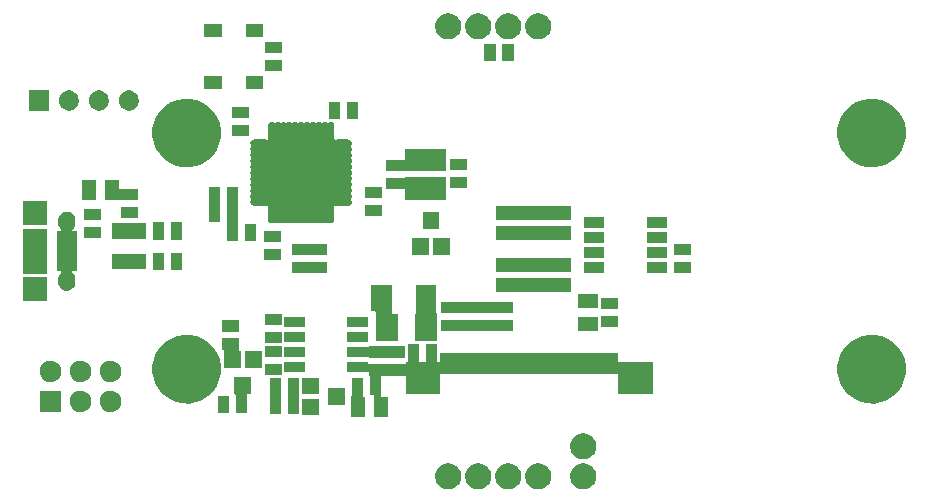
<source format=gts>
G04 (created by PCBNEW (2013-07-07 BZR 4022)-stable) date 10/12/2013 15:05:53*
%MOIN*%
G04 Gerber Fmt 3.4, Leading zero omitted, Abs format*
%FSLAX34Y34*%
G01*
G70*
G90*
G04 APERTURE LIST*
%ADD10C,0.00590551*%
G04 APERTURE END LIST*
G54D10*
G36*
X62658Y-38504D02*
X61869Y-38504D01*
X61869Y-37715D01*
X62658Y-37715D01*
X62658Y-38504D01*
X62658Y-38504D01*
G37*
G36*
X62658Y-40118D02*
X61869Y-40118D01*
X61869Y-39377D01*
X61869Y-39362D01*
X61869Y-38621D01*
X62658Y-38621D01*
X62658Y-39362D01*
X62658Y-39377D01*
X62658Y-40118D01*
X62658Y-40118D01*
G37*
G36*
X62658Y-41024D02*
X61869Y-41024D01*
X61869Y-40235D01*
X62658Y-40235D01*
X62658Y-41024D01*
X62658Y-41024D01*
G37*
G36*
X62732Y-34685D02*
X62062Y-34685D01*
X62062Y-34015D01*
X62732Y-34015D01*
X62732Y-34685D01*
X62732Y-34685D01*
G37*
G36*
X63139Y-43345D02*
X63138Y-43420D01*
X63121Y-43494D01*
X63094Y-43553D01*
X63050Y-43616D01*
X63004Y-43660D01*
X62939Y-43701D01*
X62879Y-43724D01*
X62804Y-43738D01*
X62739Y-43736D01*
X62664Y-43720D01*
X62606Y-43694D01*
X62543Y-43650D01*
X62498Y-43604D01*
X62456Y-43540D01*
X62433Y-43480D01*
X62419Y-43404D01*
X62420Y-43341D01*
X62436Y-43265D01*
X62461Y-43206D01*
X62505Y-43143D01*
X62550Y-43098D01*
X62615Y-43056D01*
X62674Y-43032D01*
X62750Y-43017D01*
X62813Y-43018D01*
X62889Y-43034D01*
X62948Y-43058D01*
X63012Y-43102D01*
X63057Y-43146D01*
X63100Y-43211D01*
X63124Y-43269D01*
X63139Y-43345D01*
X63139Y-43345D01*
G37*
G36*
X63139Y-44737D02*
X62419Y-44737D01*
X62419Y-44018D01*
X63139Y-44018D01*
X63139Y-44737D01*
X63139Y-44737D01*
G37*
G36*
X63652Y-40030D02*
X63558Y-40030D01*
X63542Y-40030D01*
X63528Y-40036D01*
X63517Y-40047D01*
X63511Y-40061D01*
X63511Y-40076D01*
X63517Y-40090D01*
X63528Y-40101D01*
X63529Y-40102D01*
X63564Y-40145D01*
X63590Y-40194D01*
X63606Y-40247D01*
X63612Y-40310D01*
X63612Y-40397D01*
X63612Y-40402D01*
X63612Y-40408D01*
X63612Y-40409D01*
X63605Y-40464D01*
X63605Y-40464D01*
X63605Y-40465D01*
X63589Y-40517D01*
X63562Y-40566D01*
X63526Y-40608D01*
X63482Y-40644D01*
X63434Y-40669D01*
X63379Y-40685D01*
X63325Y-40690D01*
X63269Y-40684D01*
X63216Y-40668D01*
X63167Y-40641D01*
X63124Y-40606D01*
X63088Y-40563D01*
X63062Y-40514D01*
X63046Y-40460D01*
X63040Y-40397D01*
X63040Y-40310D01*
X63040Y-40306D01*
X63041Y-40299D01*
X63041Y-40299D01*
X63047Y-40244D01*
X63047Y-40244D01*
X63047Y-40243D01*
X63064Y-40191D01*
X63091Y-40141D01*
X63129Y-40096D01*
X63135Y-40090D01*
X63141Y-40076D01*
X63141Y-40061D01*
X63135Y-40047D01*
X63124Y-40036D01*
X63110Y-40030D01*
X63094Y-40030D01*
X63001Y-40030D01*
X63001Y-39820D01*
X63001Y-39805D01*
X63001Y-39702D01*
X63001Y-39687D01*
X63001Y-39564D01*
X63001Y-39549D01*
X63001Y-39446D01*
X63001Y-39431D01*
X63001Y-39308D01*
X63001Y-39293D01*
X63001Y-39190D01*
X63001Y-39175D01*
X63001Y-39052D01*
X63001Y-39037D01*
X63001Y-38934D01*
X63001Y-38919D01*
X63001Y-38709D01*
X63095Y-38709D01*
X63110Y-38709D01*
X63124Y-38703D01*
X63135Y-38693D01*
X63141Y-38678D01*
X63141Y-38663D01*
X63135Y-38649D01*
X63124Y-38638D01*
X63124Y-38638D01*
X63088Y-38594D01*
X63062Y-38545D01*
X63046Y-38492D01*
X63040Y-38429D01*
X63040Y-38342D01*
X63040Y-38337D01*
X63041Y-38331D01*
X63041Y-38331D01*
X63047Y-38275D01*
X63047Y-38275D01*
X63047Y-38274D01*
X63064Y-38222D01*
X63091Y-38173D01*
X63126Y-38131D01*
X63170Y-38095D01*
X63219Y-38070D01*
X63273Y-38054D01*
X63328Y-38049D01*
X63384Y-38055D01*
X63437Y-38071D01*
X63486Y-38098D01*
X63529Y-38133D01*
X63564Y-38176D01*
X63590Y-38225D01*
X63606Y-38279D01*
X63612Y-38342D01*
X63612Y-38429D01*
X63612Y-38433D01*
X63612Y-38440D01*
X63612Y-38440D01*
X63605Y-38496D01*
X63605Y-38496D01*
X63605Y-38496D01*
X63589Y-38548D01*
X63562Y-38598D01*
X63524Y-38643D01*
X63518Y-38649D01*
X63512Y-38663D01*
X63512Y-38678D01*
X63518Y-38693D01*
X63529Y-38703D01*
X63543Y-38709D01*
X63558Y-38709D01*
X63652Y-38709D01*
X63652Y-38919D01*
X63652Y-38934D01*
X63652Y-39037D01*
X63652Y-39052D01*
X63652Y-39175D01*
X63652Y-39190D01*
X63652Y-39293D01*
X63652Y-39308D01*
X63652Y-39431D01*
X63652Y-39446D01*
X63652Y-39549D01*
X63652Y-39564D01*
X63652Y-39687D01*
X63652Y-39702D01*
X63652Y-39805D01*
X63652Y-39820D01*
X63652Y-40030D01*
X63652Y-40030D01*
G37*
G36*
X63732Y-34320D02*
X63731Y-34389D01*
X63715Y-34459D01*
X63691Y-34513D01*
X63650Y-34572D01*
X63606Y-34613D01*
X63546Y-34651D01*
X63490Y-34673D01*
X63420Y-34685D01*
X63360Y-34684D01*
X63290Y-34668D01*
X63236Y-34645D01*
X63177Y-34604D01*
X63136Y-34561D01*
X63097Y-34501D01*
X63075Y-34446D01*
X63062Y-34375D01*
X63063Y-34316D01*
X63078Y-34245D01*
X63101Y-34191D01*
X63142Y-34131D01*
X63184Y-34090D01*
X63245Y-34050D01*
X63299Y-34029D01*
X63370Y-34015D01*
X63429Y-34015D01*
X63500Y-34030D01*
X63554Y-34053D01*
X63614Y-34093D01*
X63655Y-34135D01*
X63696Y-34195D01*
X63718Y-34249D01*
X63732Y-34320D01*
X63732Y-34320D01*
G37*
G36*
X64139Y-43345D02*
X64138Y-43420D01*
X64121Y-43494D01*
X64094Y-43553D01*
X64050Y-43616D01*
X64004Y-43660D01*
X63939Y-43701D01*
X63879Y-43724D01*
X63804Y-43738D01*
X63739Y-43736D01*
X63664Y-43720D01*
X63606Y-43694D01*
X63543Y-43650D01*
X63498Y-43604D01*
X63456Y-43540D01*
X63433Y-43480D01*
X63419Y-43404D01*
X63420Y-43341D01*
X63436Y-43265D01*
X63461Y-43206D01*
X63505Y-43143D01*
X63550Y-43098D01*
X63615Y-43056D01*
X63674Y-43032D01*
X63750Y-43017D01*
X63813Y-43018D01*
X63889Y-43034D01*
X63948Y-43058D01*
X64012Y-43102D01*
X64057Y-43146D01*
X64100Y-43211D01*
X64124Y-43269D01*
X64139Y-43345D01*
X64139Y-43345D01*
G37*
G36*
X64139Y-44345D02*
X64138Y-44420D01*
X64121Y-44494D01*
X64094Y-44553D01*
X64050Y-44616D01*
X64004Y-44660D01*
X63939Y-44701D01*
X63879Y-44724D01*
X63804Y-44738D01*
X63739Y-44736D01*
X63664Y-44720D01*
X63606Y-44694D01*
X63543Y-44650D01*
X63498Y-44604D01*
X63456Y-44540D01*
X63433Y-44480D01*
X63419Y-44404D01*
X63420Y-44341D01*
X63436Y-44265D01*
X63461Y-44206D01*
X63505Y-44143D01*
X63550Y-44098D01*
X63615Y-44056D01*
X63674Y-44032D01*
X63750Y-44017D01*
X63813Y-44018D01*
X63889Y-44034D01*
X63948Y-44058D01*
X64012Y-44102D01*
X64057Y-44146D01*
X64100Y-44211D01*
X64124Y-44269D01*
X64139Y-44345D01*
X64139Y-44345D01*
G37*
G36*
X64308Y-37657D02*
X63839Y-37657D01*
X63839Y-36988D01*
X64308Y-36988D01*
X64308Y-37657D01*
X64308Y-37657D01*
G37*
G36*
X64458Y-38329D02*
X63888Y-38329D01*
X63888Y-37960D01*
X64458Y-37960D01*
X64458Y-38329D01*
X64458Y-38329D01*
G37*
G36*
X64458Y-38929D02*
X63888Y-38929D01*
X63888Y-38560D01*
X64458Y-38560D01*
X64458Y-38929D01*
X64458Y-38929D01*
G37*
G36*
X64732Y-34320D02*
X64731Y-34389D01*
X64715Y-34459D01*
X64691Y-34513D01*
X64650Y-34572D01*
X64606Y-34613D01*
X64546Y-34651D01*
X64490Y-34673D01*
X64420Y-34685D01*
X64360Y-34684D01*
X64290Y-34668D01*
X64236Y-34645D01*
X64177Y-34604D01*
X64136Y-34561D01*
X64097Y-34501D01*
X64075Y-34446D01*
X64062Y-34375D01*
X64063Y-34316D01*
X64078Y-34245D01*
X64101Y-34191D01*
X64142Y-34131D01*
X64184Y-34090D01*
X64245Y-34050D01*
X64299Y-34029D01*
X64370Y-34015D01*
X64429Y-34015D01*
X64500Y-34030D01*
X64554Y-34053D01*
X64614Y-34093D01*
X64655Y-34135D01*
X64696Y-34195D01*
X64718Y-34249D01*
X64732Y-34320D01*
X64732Y-34320D01*
G37*
G36*
X65139Y-43345D02*
X65138Y-43420D01*
X65121Y-43494D01*
X65094Y-43553D01*
X65050Y-43616D01*
X65004Y-43660D01*
X64939Y-43701D01*
X64879Y-43724D01*
X64804Y-43738D01*
X64739Y-43736D01*
X64664Y-43720D01*
X64606Y-43694D01*
X64543Y-43650D01*
X64498Y-43604D01*
X64456Y-43540D01*
X64433Y-43480D01*
X64419Y-43404D01*
X64420Y-43341D01*
X64436Y-43265D01*
X64461Y-43206D01*
X64505Y-43143D01*
X64550Y-43098D01*
X64615Y-43056D01*
X64674Y-43032D01*
X64750Y-43017D01*
X64813Y-43018D01*
X64889Y-43034D01*
X64948Y-43058D01*
X65012Y-43102D01*
X65057Y-43146D01*
X65100Y-43211D01*
X65124Y-43269D01*
X65139Y-43345D01*
X65139Y-43345D01*
G37*
G36*
X65139Y-44345D02*
X65138Y-44420D01*
X65121Y-44494D01*
X65094Y-44553D01*
X65050Y-44616D01*
X65004Y-44660D01*
X64939Y-44701D01*
X64879Y-44724D01*
X64804Y-44738D01*
X64739Y-44736D01*
X64664Y-44720D01*
X64606Y-44694D01*
X64543Y-44650D01*
X64498Y-44604D01*
X64456Y-44540D01*
X64433Y-44480D01*
X64419Y-44404D01*
X64420Y-44341D01*
X64436Y-44265D01*
X64461Y-44206D01*
X64505Y-44143D01*
X64550Y-44098D01*
X64615Y-44056D01*
X64674Y-44032D01*
X64750Y-44017D01*
X64813Y-44018D01*
X64889Y-44034D01*
X64948Y-44058D01*
X65012Y-44102D01*
X65057Y-44146D01*
X65100Y-44211D01*
X65124Y-44269D01*
X65139Y-44345D01*
X65139Y-44345D01*
G37*
G36*
X65698Y-37660D02*
X65104Y-37660D01*
X65097Y-37657D01*
X65082Y-37657D01*
X64589Y-37657D01*
X64589Y-36988D01*
X65058Y-36988D01*
X65058Y-37244D01*
X65058Y-37259D01*
X65064Y-37274D01*
X65075Y-37284D01*
X65089Y-37290D01*
X65104Y-37290D01*
X65698Y-37290D01*
X65698Y-37660D01*
X65698Y-37660D01*
G37*
G36*
X65698Y-38260D02*
X65128Y-38260D01*
X65128Y-37890D01*
X65698Y-37890D01*
X65698Y-38260D01*
X65698Y-38260D01*
G37*
G36*
X65732Y-34320D02*
X65731Y-34389D01*
X65715Y-34459D01*
X65691Y-34513D01*
X65650Y-34572D01*
X65606Y-34613D01*
X65546Y-34651D01*
X65490Y-34673D01*
X65420Y-34685D01*
X65360Y-34684D01*
X65290Y-34668D01*
X65236Y-34645D01*
X65177Y-34604D01*
X65136Y-34561D01*
X65097Y-34501D01*
X65075Y-34446D01*
X65062Y-34375D01*
X65063Y-34316D01*
X65078Y-34245D01*
X65101Y-34191D01*
X65142Y-34131D01*
X65184Y-34090D01*
X65245Y-34050D01*
X65299Y-34029D01*
X65370Y-34015D01*
X65429Y-34015D01*
X65500Y-34030D01*
X65554Y-34053D01*
X65614Y-34093D01*
X65655Y-34135D01*
X65696Y-34195D01*
X65718Y-34249D01*
X65732Y-34320D01*
X65732Y-34320D01*
G37*
G36*
X65983Y-38957D02*
X65655Y-38957D01*
X65640Y-38957D01*
X65560Y-38957D01*
X65545Y-38957D01*
X65281Y-38957D01*
X65266Y-38957D01*
X65186Y-38957D01*
X65171Y-38957D01*
X64843Y-38957D01*
X64843Y-38443D01*
X65171Y-38443D01*
X65186Y-38443D01*
X65266Y-38443D01*
X65281Y-38443D01*
X65545Y-38443D01*
X65560Y-38443D01*
X65640Y-38443D01*
X65655Y-38443D01*
X65983Y-38443D01*
X65983Y-38957D01*
X65983Y-38957D01*
G37*
G36*
X65983Y-39981D02*
X65655Y-39981D01*
X65640Y-39981D01*
X65560Y-39981D01*
X65545Y-39981D01*
X65281Y-39981D01*
X65266Y-39981D01*
X65186Y-39981D01*
X65171Y-39981D01*
X64843Y-39981D01*
X64843Y-39467D01*
X65171Y-39467D01*
X65186Y-39467D01*
X65266Y-39467D01*
X65281Y-39467D01*
X65545Y-39467D01*
X65560Y-39467D01*
X65640Y-39467D01*
X65655Y-39467D01*
X65983Y-39467D01*
X65983Y-39981D01*
X65983Y-39981D01*
G37*
G36*
X66558Y-38985D02*
X66188Y-38985D01*
X66188Y-38415D01*
X66558Y-38415D01*
X66558Y-38985D01*
X66558Y-38985D01*
G37*
G36*
X66558Y-40009D02*
X66188Y-40009D01*
X66188Y-39439D01*
X66558Y-39439D01*
X66558Y-40009D01*
X66558Y-40009D01*
G37*
G36*
X67158Y-38985D02*
X66788Y-38985D01*
X66788Y-38415D01*
X67158Y-38415D01*
X67158Y-38985D01*
X67158Y-38985D01*
G37*
G36*
X67158Y-40009D02*
X66788Y-40009D01*
X66788Y-39439D01*
X67158Y-39439D01*
X67158Y-40009D01*
X67158Y-40009D01*
G37*
G36*
X68447Y-38414D02*
X68078Y-38414D01*
X68078Y-37850D01*
X68078Y-37835D01*
X68078Y-37814D01*
X68078Y-37798D01*
X68078Y-37234D01*
X68447Y-37234D01*
X68447Y-37798D01*
X68447Y-37814D01*
X68447Y-37835D01*
X68447Y-37850D01*
X68447Y-38414D01*
X68447Y-38414D01*
G37*
G36*
X68465Y-35323D02*
X68461Y-35574D01*
X68410Y-35797D01*
X68322Y-35997D01*
X68189Y-36185D01*
X68031Y-36335D01*
X67837Y-36458D01*
X67634Y-36537D01*
X67407Y-36577D01*
X67189Y-36572D01*
X66965Y-36523D01*
X66765Y-36436D01*
X66576Y-36304D01*
X66425Y-36148D01*
X66300Y-35954D01*
X66220Y-35752D01*
X66178Y-35525D01*
X66182Y-35308D01*
X66229Y-35082D01*
X66315Y-34883D01*
X66445Y-34692D01*
X66601Y-34540D01*
X66794Y-34414D01*
X66995Y-34333D01*
X67222Y-34289D01*
X67439Y-34291D01*
X67665Y-34337D01*
X67865Y-34421D01*
X68057Y-34551D01*
X68209Y-34704D01*
X68337Y-34897D01*
X68420Y-35097D01*
X68465Y-35323D01*
X68465Y-35323D01*
G37*
G36*
X68465Y-43197D02*
X68461Y-43448D01*
X68410Y-43672D01*
X68322Y-43871D01*
X68189Y-44059D01*
X68031Y-44209D01*
X67837Y-44332D01*
X67634Y-44411D01*
X67407Y-44451D01*
X67189Y-44446D01*
X66965Y-44397D01*
X66765Y-44310D01*
X66576Y-44178D01*
X66425Y-44022D01*
X66300Y-43828D01*
X66220Y-43626D01*
X66178Y-43399D01*
X66182Y-43182D01*
X66229Y-42956D01*
X66315Y-42757D01*
X66445Y-42566D01*
X66601Y-42414D01*
X66794Y-42288D01*
X66995Y-42207D01*
X67222Y-42163D01*
X67439Y-42165D01*
X67665Y-42211D01*
X67865Y-42295D01*
X68057Y-42425D01*
X68209Y-42578D01*
X68337Y-42771D01*
X68420Y-42971D01*
X68465Y-43197D01*
X68465Y-43197D01*
G37*
G36*
X68504Y-32225D02*
X67912Y-32225D01*
X67912Y-31790D01*
X68504Y-31790D01*
X68504Y-32225D01*
X68504Y-32225D01*
G37*
G36*
X68504Y-33957D02*
X67912Y-33957D01*
X67912Y-33522D01*
X68504Y-33522D01*
X68504Y-33957D01*
X68504Y-33957D01*
G37*
G36*
X68723Y-44773D02*
X68353Y-44773D01*
X68353Y-44203D01*
X68723Y-44203D01*
X68723Y-44773D01*
X68723Y-44773D01*
G37*
G36*
X69047Y-38427D02*
X69044Y-38431D01*
X69038Y-38445D01*
X69038Y-38461D01*
X69038Y-39044D01*
X68668Y-39044D01*
X68668Y-38461D01*
X68672Y-38458D01*
X68678Y-38444D01*
X68678Y-38428D01*
X68678Y-37850D01*
X68678Y-37835D01*
X68678Y-37814D01*
X68678Y-37798D01*
X68678Y-37234D01*
X69047Y-37234D01*
X69047Y-37798D01*
X69047Y-37814D01*
X69047Y-37835D01*
X69047Y-37850D01*
X69047Y-38427D01*
X69047Y-38427D01*
G37*
G36*
X69084Y-42050D02*
X68514Y-42050D01*
X68514Y-41680D01*
X69084Y-41680D01*
X69084Y-42050D01*
X69084Y-42050D01*
G37*
G36*
X69119Y-43268D02*
X68566Y-43268D01*
X68566Y-42696D01*
X68566Y-42681D01*
X68560Y-42666D01*
X68549Y-42656D01*
X68535Y-42650D01*
X68520Y-42650D01*
X68514Y-42650D01*
X68514Y-42280D01*
X69084Y-42280D01*
X69084Y-42669D01*
X69084Y-42684D01*
X69089Y-42699D01*
X69100Y-42709D01*
X69114Y-42715D01*
X69119Y-42715D01*
X69119Y-43268D01*
X69119Y-43268D01*
G37*
G36*
X69398Y-34943D02*
X68829Y-34943D01*
X68829Y-34574D01*
X69398Y-34574D01*
X69398Y-34943D01*
X69398Y-34943D01*
G37*
G36*
X69398Y-35543D02*
X68829Y-35543D01*
X68829Y-35174D01*
X69398Y-35174D01*
X69398Y-35543D01*
X69398Y-35543D01*
G37*
G36*
X69469Y-44134D02*
X69369Y-44134D01*
X69354Y-44134D01*
X69340Y-44140D01*
X69329Y-44151D01*
X69323Y-44165D01*
X69323Y-44180D01*
X69323Y-44773D01*
X68953Y-44773D01*
X68953Y-44180D01*
X68953Y-44165D01*
X68947Y-44151D01*
X68937Y-44140D01*
X68922Y-44134D01*
X68916Y-44134D01*
X68916Y-43581D01*
X69469Y-43581D01*
X69469Y-44134D01*
X69469Y-44134D01*
G37*
G36*
X69638Y-39044D02*
X69268Y-39044D01*
X69268Y-38475D01*
X69638Y-38475D01*
X69638Y-39044D01*
X69638Y-39044D01*
G37*
G36*
X69819Y-43268D02*
X69266Y-43268D01*
X69266Y-42715D01*
X69819Y-42715D01*
X69819Y-43268D01*
X69819Y-43268D01*
G37*
G36*
X69882Y-32225D02*
X69290Y-32225D01*
X69290Y-31790D01*
X69882Y-31790D01*
X69882Y-32225D01*
X69882Y-32225D01*
G37*
G36*
X69882Y-33957D02*
X69290Y-33957D01*
X69290Y-33522D01*
X69882Y-33522D01*
X69882Y-33957D01*
X69882Y-33957D01*
G37*
G36*
X70461Y-39058D02*
X69892Y-39058D01*
X69892Y-38688D01*
X70461Y-38688D01*
X70461Y-39058D01*
X70461Y-39058D01*
G37*
G36*
X70461Y-39658D02*
X69892Y-39658D01*
X69892Y-39288D01*
X70461Y-39288D01*
X70461Y-39658D01*
X70461Y-39658D01*
G37*
G36*
X70475Y-44812D02*
X70105Y-44812D01*
X70105Y-44228D01*
X70105Y-44213D01*
X70105Y-44211D01*
X70105Y-44196D01*
X70105Y-43612D01*
X70475Y-43612D01*
X70475Y-44196D01*
X70475Y-44211D01*
X70475Y-44213D01*
X70475Y-44228D01*
X70475Y-44812D01*
X70475Y-44812D01*
G37*
G36*
X70501Y-32758D02*
X69931Y-32758D01*
X69931Y-32389D01*
X70501Y-32389D01*
X70501Y-32758D01*
X70501Y-32758D01*
G37*
G36*
X70501Y-33358D02*
X69931Y-33358D01*
X69931Y-32989D01*
X70501Y-32989D01*
X70501Y-33358D01*
X70501Y-33358D01*
G37*
G36*
X70501Y-41833D02*
X69931Y-41833D01*
X69931Y-41464D01*
X70501Y-41464D01*
X70501Y-41833D01*
X70501Y-41833D01*
G37*
G36*
X70501Y-42433D02*
X69931Y-42433D01*
X69931Y-42064D01*
X70501Y-42064D01*
X70501Y-42433D01*
X70501Y-42433D01*
G37*
G36*
X70501Y-42896D02*
X69931Y-42896D01*
X69931Y-42526D01*
X70501Y-42526D01*
X70501Y-42896D01*
X70501Y-42896D01*
G37*
G36*
X70501Y-43496D02*
X69931Y-43496D01*
X69931Y-43126D01*
X70501Y-43126D01*
X70501Y-43496D01*
X70501Y-43496D01*
G37*
G36*
X71075Y-44812D02*
X70705Y-44812D01*
X70705Y-44228D01*
X70705Y-44213D01*
X70705Y-44211D01*
X70705Y-44196D01*
X70705Y-43612D01*
X71075Y-43612D01*
X71075Y-44196D01*
X71075Y-44211D01*
X71075Y-44213D01*
X71075Y-44228D01*
X71075Y-44812D01*
X71075Y-44812D01*
G37*
G36*
X71253Y-41908D02*
X70583Y-41908D01*
X70583Y-41552D01*
X71253Y-41552D01*
X71253Y-41908D01*
X71253Y-41908D01*
G37*
G36*
X71253Y-42408D02*
X70583Y-42408D01*
X70583Y-42052D01*
X71253Y-42052D01*
X71253Y-42408D01*
X71253Y-42408D01*
G37*
G36*
X71253Y-42908D02*
X70583Y-42908D01*
X70583Y-42552D01*
X71253Y-42552D01*
X71253Y-42908D01*
X71253Y-42908D01*
G37*
G36*
X71253Y-43408D02*
X70583Y-43408D01*
X70583Y-43052D01*
X71253Y-43052D01*
X71253Y-43408D01*
X71253Y-43408D01*
G37*
G36*
X71733Y-44138D02*
X71180Y-44138D01*
X71180Y-43586D01*
X71733Y-43586D01*
X71733Y-44138D01*
X71733Y-44138D01*
G37*
G36*
X71733Y-44838D02*
X71180Y-44838D01*
X71180Y-44286D01*
X71733Y-44286D01*
X71733Y-44838D01*
X71733Y-44838D01*
G37*
G36*
X72017Y-39491D02*
X71453Y-39491D01*
X71437Y-39491D01*
X71416Y-39491D01*
X71401Y-39491D01*
X70837Y-39491D01*
X70837Y-39121D01*
X71401Y-39121D01*
X71416Y-39121D01*
X71437Y-39121D01*
X71453Y-39121D01*
X72017Y-39121D01*
X72017Y-39491D01*
X72017Y-39491D01*
G37*
G36*
X72017Y-40091D02*
X71453Y-40091D01*
X71437Y-40091D01*
X71416Y-40091D01*
X71401Y-40091D01*
X70837Y-40091D01*
X70837Y-39721D01*
X71401Y-39721D01*
X71416Y-39721D01*
X71437Y-39721D01*
X71453Y-39721D01*
X72017Y-39721D01*
X72017Y-40091D01*
X72017Y-40091D01*
G37*
G36*
X72443Y-34969D02*
X72074Y-34969D01*
X72074Y-34400D01*
X72443Y-34400D01*
X72443Y-34969D01*
X72443Y-34969D01*
G37*
G36*
X72599Y-44488D02*
X72046Y-44488D01*
X72046Y-43936D01*
X72599Y-43936D01*
X72599Y-44488D01*
X72599Y-44488D01*
G37*
G36*
X72836Y-37736D02*
X72833Y-37760D01*
X72827Y-37781D01*
X72816Y-37802D01*
X72801Y-37819D01*
X72783Y-37834D01*
X72763Y-37845D01*
X72741Y-37852D01*
X72710Y-37855D01*
X72328Y-37855D01*
X72326Y-37855D01*
X72319Y-37854D01*
X72319Y-37854D01*
X72296Y-37851D01*
X72296Y-37851D01*
X72296Y-37851D01*
X72291Y-37850D01*
X72275Y-37850D01*
X72261Y-37855D01*
X72256Y-37860D01*
X72256Y-37860D01*
X72245Y-37871D01*
X72239Y-37886D01*
X72239Y-37901D01*
X72241Y-37908D01*
X72244Y-37939D01*
X72244Y-38320D01*
X72244Y-38323D01*
X72244Y-38329D01*
X72244Y-38329D01*
X72241Y-38352D01*
X72241Y-38352D01*
X72241Y-38353D01*
X72234Y-38374D01*
X72223Y-38395D01*
X72208Y-38412D01*
X72190Y-38427D01*
X72170Y-38437D01*
X72147Y-38444D01*
X72125Y-38446D01*
X72101Y-38444D01*
X72080Y-38437D01*
X72059Y-38426D01*
X72049Y-38417D01*
X72035Y-38411D01*
X72019Y-38411D01*
X72005Y-38417D01*
X71993Y-38427D01*
X71973Y-38437D01*
X71950Y-38444D01*
X71928Y-38446D01*
X71905Y-38444D01*
X71883Y-38437D01*
X71862Y-38426D01*
X71852Y-38417D01*
X71838Y-38411D01*
X71823Y-38411D01*
X71808Y-38417D01*
X71796Y-38427D01*
X71776Y-38437D01*
X71754Y-38444D01*
X71731Y-38446D01*
X71708Y-38444D01*
X71686Y-38437D01*
X71666Y-38426D01*
X71655Y-38417D01*
X71641Y-38411D01*
X71626Y-38411D01*
X71611Y-38417D01*
X71599Y-38427D01*
X71580Y-38437D01*
X71557Y-38444D01*
X71534Y-38446D01*
X71511Y-38444D01*
X71489Y-38437D01*
X71469Y-38426D01*
X71458Y-38417D01*
X71444Y-38411D01*
X71429Y-38411D01*
X71415Y-38417D01*
X71402Y-38427D01*
X71383Y-38437D01*
X71360Y-38444D01*
X71338Y-38446D01*
X71314Y-38444D01*
X71293Y-38437D01*
X71272Y-38426D01*
X71262Y-38417D01*
X71247Y-38411D01*
X71232Y-38411D01*
X71218Y-38417D01*
X71206Y-38427D01*
X71186Y-38437D01*
X71163Y-38444D01*
X71141Y-38446D01*
X71117Y-38444D01*
X71096Y-38437D01*
X71075Y-38426D01*
X71065Y-38417D01*
X71050Y-38411D01*
X71035Y-38411D01*
X71021Y-38417D01*
X71009Y-38427D01*
X70989Y-38437D01*
X70966Y-38444D01*
X70944Y-38446D01*
X70920Y-38444D01*
X70899Y-38437D01*
X70878Y-38426D01*
X70868Y-38417D01*
X70854Y-38411D01*
X70838Y-38411D01*
X70824Y-38417D01*
X70812Y-38427D01*
X70792Y-38437D01*
X70769Y-38444D01*
X70747Y-38446D01*
X70724Y-38444D01*
X70702Y-38437D01*
X70681Y-38426D01*
X70671Y-38417D01*
X70657Y-38411D01*
X70641Y-38411D01*
X70627Y-38417D01*
X70615Y-38427D01*
X70595Y-38437D01*
X70573Y-38444D01*
X70550Y-38446D01*
X70527Y-38444D01*
X70505Y-38437D01*
X70484Y-38426D01*
X70474Y-38417D01*
X70460Y-38411D01*
X70445Y-38411D01*
X70430Y-38417D01*
X70418Y-38427D01*
X70398Y-38437D01*
X70376Y-38444D01*
X70353Y-38446D01*
X70330Y-38444D01*
X70308Y-38437D01*
X70288Y-38426D01*
X70277Y-38417D01*
X70263Y-38411D01*
X70248Y-38411D01*
X70234Y-38417D01*
X70221Y-38427D01*
X70202Y-38437D01*
X70179Y-38444D01*
X70156Y-38446D01*
X70133Y-38444D01*
X70111Y-38437D01*
X70091Y-38426D01*
X70073Y-38411D01*
X70059Y-38393D01*
X70048Y-38373D01*
X70041Y-38351D01*
X70038Y-38320D01*
X70038Y-37939D01*
X70038Y-37936D01*
X70039Y-37930D01*
X70039Y-37929D01*
X70041Y-37906D01*
X70041Y-37906D01*
X70042Y-37906D01*
X70043Y-37901D01*
X70043Y-37886D01*
X70037Y-37871D01*
X70032Y-37866D01*
X70032Y-37866D01*
X70021Y-37855D01*
X70007Y-37849D01*
X69992Y-37849D01*
X69985Y-37852D01*
X69954Y-37855D01*
X69572Y-37855D01*
X69570Y-37855D01*
X69564Y-37854D01*
X69563Y-37854D01*
X69540Y-37851D01*
X69540Y-37851D01*
X69540Y-37851D01*
X69519Y-37844D01*
X69498Y-37833D01*
X69481Y-37819D01*
X69466Y-37800D01*
X69455Y-37780D01*
X69449Y-37758D01*
X69447Y-37735D01*
X69449Y-37712D01*
X69456Y-37690D01*
X69467Y-37670D01*
X69475Y-37659D01*
X69481Y-37645D01*
X69481Y-37630D01*
X69475Y-37615D01*
X69466Y-37603D01*
X69455Y-37583D01*
X69449Y-37561D01*
X69447Y-37538D01*
X69449Y-37515D01*
X69456Y-37493D01*
X69467Y-37473D01*
X69475Y-37462D01*
X69481Y-37448D01*
X69481Y-37433D01*
X69475Y-37419D01*
X69466Y-37406D01*
X69455Y-37387D01*
X69449Y-37364D01*
X69447Y-37341D01*
X69449Y-37318D01*
X69456Y-37296D01*
X69467Y-37276D01*
X69475Y-37265D01*
X69481Y-37251D01*
X69481Y-37236D01*
X69475Y-37222D01*
X69466Y-37210D01*
X69455Y-37190D01*
X69449Y-37167D01*
X69447Y-37145D01*
X69449Y-37121D01*
X69456Y-37100D01*
X69467Y-37079D01*
X69475Y-37069D01*
X69481Y-37054D01*
X69481Y-37039D01*
X69475Y-37025D01*
X69466Y-37013D01*
X69455Y-36993D01*
X69449Y-36970D01*
X69447Y-36948D01*
X69449Y-36924D01*
X69456Y-36903D01*
X69467Y-36882D01*
X69475Y-36872D01*
X69481Y-36858D01*
X69481Y-36842D01*
X69475Y-36828D01*
X69466Y-36816D01*
X69455Y-36796D01*
X69449Y-36773D01*
X69447Y-36751D01*
X69449Y-36727D01*
X69456Y-36706D01*
X69467Y-36685D01*
X69475Y-36675D01*
X69481Y-36661D01*
X69481Y-36645D01*
X69475Y-36631D01*
X69466Y-36619D01*
X69455Y-36599D01*
X69449Y-36576D01*
X69447Y-36554D01*
X69449Y-36531D01*
X69456Y-36509D01*
X69467Y-36488D01*
X69475Y-36478D01*
X69481Y-36464D01*
X69481Y-36449D01*
X69475Y-36434D01*
X69466Y-36422D01*
X69455Y-36402D01*
X69449Y-36380D01*
X69447Y-36357D01*
X69449Y-36334D01*
X69456Y-36312D01*
X69467Y-36292D01*
X69475Y-36281D01*
X69481Y-36267D01*
X69481Y-36252D01*
X69475Y-36237D01*
X69466Y-36225D01*
X69455Y-36205D01*
X69449Y-36183D01*
X69447Y-36160D01*
X69449Y-36137D01*
X69456Y-36115D01*
X69467Y-36095D01*
X69475Y-36084D01*
X69481Y-36070D01*
X69481Y-36055D01*
X69475Y-36041D01*
X69466Y-36028D01*
X69455Y-36009D01*
X69449Y-35986D01*
X69447Y-35964D01*
X69449Y-35940D01*
X69456Y-35918D01*
X69467Y-35898D01*
X69475Y-35888D01*
X69481Y-35873D01*
X69481Y-35858D01*
X69475Y-35844D01*
X69466Y-35832D01*
X69455Y-35812D01*
X69449Y-35789D01*
X69447Y-35767D01*
X69449Y-35743D01*
X69456Y-35722D01*
X69467Y-35701D01*
X69481Y-35684D01*
X69499Y-35669D01*
X69520Y-35658D01*
X69542Y-35651D01*
X69572Y-35648D01*
X69954Y-35648D01*
X69956Y-35648D01*
X69963Y-35649D01*
X69963Y-35649D01*
X69986Y-35652D01*
X69986Y-35652D01*
X69987Y-35652D01*
X69992Y-35653D01*
X70007Y-35653D01*
X70021Y-35647D01*
X70026Y-35643D01*
X70027Y-35642D01*
X70037Y-35632D01*
X70043Y-35617D01*
X70043Y-35602D01*
X70041Y-35595D01*
X70038Y-35564D01*
X70038Y-35183D01*
X70038Y-35180D01*
X70039Y-35174D01*
X70039Y-35173D01*
X70041Y-35151D01*
X70041Y-35150D01*
X70042Y-35150D01*
X70048Y-35129D01*
X70060Y-35108D01*
X70074Y-35091D01*
X70093Y-35076D01*
X70112Y-35066D01*
X70135Y-35059D01*
X70158Y-35057D01*
X70181Y-35059D01*
X70203Y-35066D01*
X70223Y-35077D01*
X70234Y-35086D01*
X70248Y-35092D01*
X70263Y-35092D01*
X70277Y-35086D01*
X70289Y-35076D01*
X70309Y-35066D01*
X70332Y-35059D01*
X70354Y-35057D01*
X70378Y-35059D01*
X70399Y-35066D01*
X70420Y-35077D01*
X70430Y-35086D01*
X70445Y-35092D01*
X70460Y-35092D01*
X70474Y-35086D01*
X70486Y-35076D01*
X70506Y-35066D01*
X70529Y-35059D01*
X70551Y-35057D01*
X70575Y-35059D01*
X70596Y-35066D01*
X70617Y-35077D01*
X70627Y-35086D01*
X70641Y-35092D01*
X70657Y-35092D01*
X70671Y-35086D01*
X70683Y-35076D01*
X70703Y-35066D01*
X70726Y-35059D01*
X70748Y-35057D01*
X70772Y-35059D01*
X70793Y-35066D01*
X70814Y-35077D01*
X70824Y-35086D01*
X70838Y-35092D01*
X70854Y-35092D01*
X70868Y-35086D01*
X70880Y-35076D01*
X70900Y-35066D01*
X70923Y-35059D01*
X70945Y-35057D01*
X70968Y-35059D01*
X70990Y-35066D01*
X71011Y-35077D01*
X71021Y-35086D01*
X71035Y-35092D01*
X71050Y-35092D01*
X71065Y-35086D01*
X71077Y-35076D01*
X71097Y-35066D01*
X71119Y-35059D01*
X71142Y-35057D01*
X71165Y-35059D01*
X71187Y-35066D01*
X71207Y-35077D01*
X71218Y-35086D01*
X71232Y-35092D01*
X71247Y-35092D01*
X71262Y-35086D01*
X71274Y-35076D01*
X71294Y-35066D01*
X71316Y-35059D01*
X71339Y-35057D01*
X71362Y-35059D01*
X71384Y-35066D01*
X71404Y-35077D01*
X71415Y-35086D01*
X71429Y-35092D01*
X71444Y-35092D01*
X71458Y-35086D01*
X71471Y-35076D01*
X71490Y-35066D01*
X71513Y-35059D01*
X71535Y-35057D01*
X71559Y-35059D01*
X71581Y-35066D01*
X71601Y-35077D01*
X71611Y-35086D01*
X71626Y-35092D01*
X71641Y-35092D01*
X71655Y-35086D01*
X71667Y-35076D01*
X71687Y-35066D01*
X71710Y-35059D01*
X71732Y-35057D01*
X71756Y-35059D01*
X71777Y-35066D01*
X71798Y-35077D01*
X71808Y-35086D01*
X71823Y-35092D01*
X71838Y-35092D01*
X71852Y-35086D01*
X71864Y-35076D01*
X71884Y-35066D01*
X71907Y-35059D01*
X71929Y-35057D01*
X71953Y-35059D01*
X71974Y-35066D01*
X71995Y-35077D01*
X72005Y-35086D01*
X72019Y-35092D01*
X72035Y-35092D01*
X72049Y-35086D01*
X72061Y-35076D01*
X72081Y-35066D01*
X72104Y-35059D01*
X72126Y-35057D01*
X72149Y-35059D01*
X72171Y-35066D01*
X72192Y-35077D01*
X72209Y-35092D01*
X72224Y-35110D01*
X72235Y-35130D01*
X72241Y-35152D01*
X72244Y-35183D01*
X72244Y-35564D01*
X72244Y-35567D01*
X72244Y-35573D01*
X72244Y-35574D01*
X72241Y-35596D01*
X72241Y-35597D01*
X72241Y-35597D01*
X72239Y-35602D01*
X72239Y-35617D01*
X72245Y-35632D01*
X72250Y-35637D01*
X72250Y-35637D01*
X72261Y-35648D01*
X72275Y-35653D01*
X72291Y-35653D01*
X72298Y-35651D01*
X72328Y-35648D01*
X72710Y-35648D01*
X72712Y-35648D01*
X72719Y-35649D01*
X72719Y-35649D01*
X72742Y-35652D01*
X72742Y-35652D01*
X72743Y-35652D01*
X72764Y-35658D01*
X72785Y-35670D01*
X72802Y-35684D01*
X72817Y-35703D01*
X72827Y-35723D01*
X72834Y-35745D01*
X72836Y-35768D01*
X72833Y-35791D01*
X72827Y-35813D01*
X72816Y-35833D01*
X72807Y-35844D01*
X72801Y-35858D01*
X72801Y-35873D01*
X72807Y-35888D01*
X72817Y-35900D01*
X72827Y-35919D01*
X72834Y-35942D01*
X72836Y-35965D01*
X72833Y-35988D01*
X72827Y-36010D01*
X72816Y-36030D01*
X72807Y-36041D01*
X72801Y-36055D01*
X72801Y-36070D01*
X72807Y-36084D01*
X72817Y-36097D01*
X72827Y-36116D01*
X72834Y-36139D01*
X72836Y-36161D01*
X72833Y-36185D01*
X72827Y-36206D01*
X72816Y-36227D01*
X72807Y-36237D01*
X72801Y-36252D01*
X72801Y-36267D01*
X72807Y-36281D01*
X72817Y-36293D01*
X72827Y-36313D01*
X72834Y-36336D01*
X72836Y-36358D01*
X72833Y-36382D01*
X72827Y-36403D01*
X72816Y-36424D01*
X72807Y-36434D01*
X72801Y-36449D01*
X72801Y-36464D01*
X72807Y-36478D01*
X72817Y-36490D01*
X72827Y-36510D01*
X72834Y-36533D01*
X72836Y-36555D01*
X72833Y-36579D01*
X72827Y-36600D01*
X72816Y-36621D01*
X72807Y-36631D01*
X72801Y-36645D01*
X72801Y-36661D01*
X72807Y-36675D01*
X72817Y-36687D01*
X72827Y-36707D01*
X72834Y-36730D01*
X72836Y-36752D01*
X72833Y-36775D01*
X72827Y-36797D01*
X72816Y-36818D01*
X72807Y-36828D01*
X72801Y-36842D01*
X72801Y-36858D01*
X72807Y-36872D01*
X72817Y-36884D01*
X72827Y-36904D01*
X72834Y-36926D01*
X72836Y-36949D01*
X72833Y-36972D01*
X72827Y-36994D01*
X72816Y-37015D01*
X72807Y-37025D01*
X72801Y-37039D01*
X72801Y-37054D01*
X72807Y-37069D01*
X72817Y-37081D01*
X72827Y-37101D01*
X72834Y-37123D01*
X72836Y-37146D01*
X72833Y-37169D01*
X72827Y-37191D01*
X72816Y-37211D01*
X72807Y-37222D01*
X72801Y-37236D01*
X72801Y-37251D01*
X72807Y-37265D01*
X72817Y-37278D01*
X72827Y-37297D01*
X72834Y-37320D01*
X72836Y-37343D01*
X72833Y-37366D01*
X72827Y-37388D01*
X72816Y-37408D01*
X72807Y-37419D01*
X72801Y-37433D01*
X72801Y-37448D01*
X72807Y-37462D01*
X72817Y-37475D01*
X72827Y-37494D01*
X72834Y-37517D01*
X72836Y-37539D01*
X72833Y-37563D01*
X72827Y-37584D01*
X72816Y-37605D01*
X72807Y-37615D01*
X72801Y-37630D01*
X72801Y-37645D01*
X72807Y-37659D01*
X72817Y-37671D01*
X72827Y-37691D01*
X72834Y-37714D01*
X72836Y-37736D01*
X72836Y-37736D01*
G37*
G36*
X73043Y-34969D02*
X72674Y-34969D01*
X72674Y-34400D01*
X73043Y-34400D01*
X73043Y-34969D01*
X73043Y-34969D01*
G37*
G36*
X73285Y-44901D02*
X72815Y-44901D01*
X72815Y-44216D01*
X72816Y-44215D01*
X72822Y-44201D01*
X72822Y-44185D01*
X72822Y-43593D01*
X73191Y-43593D01*
X73191Y-44185D01*
X73191Y-44201D01*
X73197Y-44215D01*
X73208Y-44226D01*
X73222Y-44232D01*
X73238Y-44232D01*
X73285Y-44232D01*
X73285Y-44901D01*
X73285Y-44901D01*
G37*
G36*
X73353Y-41908D02*
X72683Y-41908D01*
X72683Y-41552D01*
X73353Y-41552D01*
X73353Y-41908D01*
X73353Y-41908D01*
G37*
G36*
X73353Y-42408D02*
X72683Y-42408D01*
X72683Y-42052D01*
X73353Y-42052D01*
X73353Y-42408D01*
X73353Y-42408D01*
G37*
G36*
X73847Y-37601D02*
X73278Y-37601D01*
X73278Y-37231D01*
X73847Y-37231D01*
X73847Y-37601D01*
X73847Y-37601D01*
G37*
G36*
X73847Y-38201D02*
X73278Y-38201D01*
X73278Y-37831D01*
X73847Y-37831D01*
X73847Y-38201D01*
X73847Y-38201D01*
G37*
G36*
X74355Y-42369D02*
X73635Y-42369D01*
X73635Y-41425D01*
X73635Y-41409D01*
X73629Y-41395D01*
X73619Y-41384D01*
X73604Y-41378D01*
X73589Y-41378D01*
X73483Y-41378D01*
X73483Y-40511D01*
X74154Y-40511D01*
X74154Y-41403D01*
X74154Y-41418D01*
X74160Y-41432D01*
X74171Y-41443D01*
X74185Y-41449D01*
X74200Y-41449D01*
X74355Y-41449D01*
X74355Y-42369D01*
X74355Y-42369D01*
G37*
G36*
X74595Y-42916D02*
X74031Y-42916D01*
X74016Y-42916D01*
X73995Y-42916D01*
X73979Y-42916D01*
X73401Y-42916D01*
X73399Y-42914D01*
X73385Y-42908D01*
X73369Y-42908D01*
X72683Y-42908D01*
X72683Y-42552D01*
X73369Y-42552D01*
X73385Y-42552D01*
X73399Y-42546D01*
X73979Y-42546D01*
X73995Y-42546D01*
X74016Y-42546D01*
X74031Y-42546D01*
X74595Y-42546D01*
X74595Y-42916D01*
X74595Y-42916D01*
G37*
G36*
X75398Y-39488D02*
X74846Y-39488D01*
X74846Y-38936D01*
X75398Y-38936D01*
X75398Y-39488D01*
X75398Y-39488D01*
G37*
G36*
X75655Y-42369D02*
X74935Y-42369D01*
X74935Y-41449D01*
X74948Y-41449D01*
X74962Y-41443D01*
X74973Y-41432D01*
X74979Y-41418D01*
X74979Y-41403D01*
X74979Y-40511D01*
X75650Y-40511D01*
X75650Y-41403D01*
X75650Y-41418D01*
X75655Y-41431D01*
X75655Y-42369D01*
X75655Y-42369D01*
G37*
G36*
X75748Y-38622D02*
X75196Y-38622D01*
X75196Y-38070D01*
X75748Y-38070D01*
X75748Y-38622D01*
X75748Y-38622D01*
G37*
G36*
X75985Y-36713D02*
X75322Y-36713D01*
X75307Y-36713D01*
X75283Y-36713D01*
X75267Y-36713D01*
X74599Y-36713D01*
X74599Y-36712D01*
X74588Y-36701D01*
X74574Y-36695D01*
X74559Y-36695D01*
X73967Y-36695D01*
X73967Y-36326D01*
X74559Y-36326D01*
X74574Y-36326D01*
X74588Y-36320D01*
X74599Y-36309D01*
X74605Y-36295D01*
X74605Y-36279D01*
X74605Y-35963D01*
X75267Y-35963D01*
X75283Y-35963D01*
X75307Y-35963D01*
X75322Y-35963D01*
X75985Y-35963D01*
X75985Y-36713D01*
X75985Y-36713D01*
G37*
G36*
X75985Y-37658D02*
X75322Y-37658D01*
X75307Y-37658D01*
X75283Y-37658D01*
X75267Y-37658D01*
X74605Y-37658D01*
X74605Y-37342D01*
X74605Y-37326D01*
X74599Y-37312D01*
X74588Y-37301D01*
X74574Y-37295D01*
X74559Y-37295D01*
X73967Y-37295D01*
X73967Y-36926D01*
X74559Y-36926D01*
X74574Y-36926D01*
X74588Y-36920D01*
X74599Y-36909D01*
X74599Y-36908D01*
X75267Y-36908D01*
X75283Y-36908D01*
X75307Y-36908D01*
X75322Y-36908D01*
X75985Y-36908D01*
X75985Y-37658D01*
X75985Y-37658D01*
G37*
G36*
X76098Y-39488D02*
X75546Y-39488D01*
X75546Y-38936D01*
X76098Y-38936D01*
X76098Y-39488D01*
X76098Y-39488D01*
G37*
G36*
X76473Y-31830D02*
X76472Y-31921D01*
X76452Y-32010D01*
X76420Y-32082D01*
X76367Y-32156D01*
X76310Y-32211D01*
X76233Y-32260D01*
X76160Y-32288D01*
X76070Y-32304D01*
X75991Y-32302D01*
X75902Y-32283D01*
X75830Y-32251D01*
X75755Y-32199D01*
X75700Y-32143D01*
X75651Y-32066D01*
X75622Y-31993D01*
X75605Y-31903D01*
X75607Y-31824D01*
X75626Y-31735D01*
X75656Y-31663D01*
X75708Y-31587D01*
X75764Y-31532D01*
X75841Y-31482D01*
X75913Y-31453D01*
X76004Y-31436D01*
X76082Y-31436D01*
X76172Y-31455D01*
X76244Y-31485D01*
X76320Y-31536D01*
X76375Y-31591D01*
X76426Y-31668D01*
X76456Y-31740D01*
X76473Y-31830D01*
X76473Y-31830D01*
G37*
G36*
X76473Y-46830D02*
X76472Y-46921D01*
X76452Y-47010D01*
X76420Y-47082D01*
X76367Y-47156D01*
X76310Y-47211D01*
X76233Y-47260D01*
X76160Y-47288D01*
X76070Y-47304D01*
X75991Y-47302D01*
X75902Y-47283D01*
X75830Y-47251D01*
X75755Y-47199D01*
X75700Y-47143D01*
X75651Y-47066D01*
X75622Y-46993D01*
X75605Y-46903D01*
X75607Y-46824D01*
X75626Y-46735D01*
X75656Y-46663D01*
X75708Y-46587D01*
X75764Y-46532D01*
X75841Y-46482D01*
X75913Y-46453D01*
X76004Y-46436D01*
X76082Y-46436D01*
X76172Y-46455D01*
X76244Y-46485D01*
X76320Y-46536D01*
X76375Y-46591D01*
X76426Y-46668D01*
X76456Y-46740D01*
X76473Y-46830D01*
X76473Y-46830D01*
G37*
G36*
X76682Y-36656D02*
X76112Y-36656D01*
X76112Y-36286D01*
X76682Y-36286D01*
X76682Y-36656D01*
X76682Y-36656D01*
G37*
G36*
X76682Y-37256D02*
X76112Y-37256D01*
X76112Y-36886D01*
X76682Y-36886D01*
X76682Y-37256D01*
X76682Y-37256D01*
G37*
G36*
X77473Y-31830D02*
X77472Y-31921D01*
X77452Y-32010D01*
X77420Y-32082D01*
X77367Y-32156D01*
X77310Y-32211D01*
X77233Y-32260D01*
X77160Y-32288D01*
X77070Y-32304D01*
X76991Y-32302D01*
X76902Y-32283D01*
X76830Y-32251D01*
X76755Y-32199D01*
X76700Y-32143D01*
X76651Y-32066D01*
X76622Y-31993D01*
X76605Y-31903D01*
X76607Y-31824D01*
X76626Y-31735D01*
X76656Y-31663D01*
X76708Y-31587D01*
X76764Y-31532D01*
X76841Y-31482D01*
X76913Y-31453D01*
X77004Y-31436D01*
X77082Y-31436D01*
X77172Y-31455D01*
X77244Y-31485D01*
X77320Y-31536D01*
X77375Y-31591D01*
X77426Y-31668D01*
X77456Y-31740D01*
X77473Y-31830D01*
X77473Y-31830D01*
G37*
G36*
X77473Y-46830D02*
X77472Y-46921D01*
X77452Y-47010D01*
X77420Y-47082D01*
X77367Y-47156D01*
X77310Y-47211D01*
X77233Y-47260D01*
X77160Y-47288D01*
X77070Y-47304D01*
X76991Y-47302D01*
X76902Y-47283D01*
X76830Y-47251D01*
X76755Y-47199D01*
X76700Y-47143D01*
X76651Y-47066D01*
X76622Y-46993D01*
X76605Y-46903D01*
X76607Y-46824D01*
X76626Y-46735D01*
X76656Y-46663D01*
X76708Y-46587D01*
X76764Y-46532D01*
X76841Y-46482D01*
X76913Y-46453D01*
X77004Y-46436D01*
X77082Y-46436D01*
X77172Y-46455D01*
X77244Y-46485D01*
X77320Y-46536D01*
X77375Y-46591D01*
X77426Y-46668D01*
X77456Y-46740D01*
X77473Y-46830D01*
X77473Y-46830D01*
G37*
G36*
X77621Y-33021D02*
X77251Y-33021D01*
X77251Y-32451D01*
X77621Y-32451D01*
X77621Y-33021D01*
X77621Y-33021D01*
G37*
G36*
X78217Y-41420D02*
X77653Y-41420D01*
X77638Y-41420D01*
X77617Y-41420D01*
X77601Y-41420D01*
X77043Y-41420D01*
X77028Y-41420D01*
X77007Y-41420D01*
X76991Y-41420D01*
X76433Y-41420D01*
X76418Y-41420D01*
X76396Y-41420D01*
X76381Y-41420D01*
X75817Y-41420D01*
X75817Y-41050D01*
X76381Y-41050D01*
X76396Y-41050D01*
X76418Y-41050D01*
X76433Y-41050D01*
X76991Y-41050D01*
X77007Y-41050D01*
X77028Y-41050D01*
X77043Y-41050D01*
X77601Y-41050D01*
X77617Y-41050D01*
X77638Y-41050D01*
X77653Y-41050D01*
X78217Y-41050D01*
X78217Y-41420D01*
X78217Y-41420D01*
G37*
G36*
X78217Y-42020D02*
X77653Y-42020D01*
X77638Y-42020D01*
X77617Y-42020D01*
X77601Y-42020D01*
X77043Y-42020D01*
X77028Y-42020D01*
X77007Y-42020D01*
X76991Y-42020D01*
X76433Y-42020D01*
X76418Y-42020D01*
X76396Y-42020D01*
X76381Y-42020D01*
X75817Y-42020D01*
X75817Y-41650D01*
X76381Y-41650D01*
X76396Y-41650D01*
X76418Y-41650D01*
X76433Y-41650D01*
X76991Y-41650D01*
X77007Y-41650D01*
X77028Y-41650D01*
X77043Y-41650D01*
X77601Y-41650D01*
X77617Y-41650D01*
X77638Y-41650D01*
X77653Y-41650D01*
X78217Y-41650D01*
X78217Y-42020D01*
X78217Y-42020D01*
G37*
G36*
X78221Y-33021D02*
X77851Y-33021D01*
X77851Y-32451D01*
X78221Y-32451D01*
X78221Y-33021D01*
X78221Y-33021D01*
G37*
G36*
X78473Y-31830D02*
X78472Y-31921D01*
X78452Y-32010D01*
X78420Y-32082D01*
X78367Y-32156D01*
X78310Y-32211D01*
X78233Y-32260D01*
X78160Y-32288D01*
X78070Y-32304D01*
X77991Y-32302D01*
X77902Y-32283D01*
X77830Y-32251D01*
X77755Y-32199D01*
X77700Y-32143D01*
X77651Y-32066D01*
X77622Y-31993D01*
X77605Y-31903D01*
X77607Y-31824D01*
X77626Y-31735D01*
X77656Y-31663D01*
X77708Y-31587D01*
X77764Y-31532D01*
X77841Y-31482D01*
X77913Y-31453D01*
X78004Y-31436D01*
X78082Y-31436D01*
X78172Y-31455D01*
X78244Y-31485D01*
X78320Y-31536D01*
X78375Y-31591D01*
X78426Y-31668D01*
X78456Y-31740D01*
X78473Y-31830D01*
X78473Y-31830D01*
G37*
G36*
X78473Y-46830D02*
X78472Y-46921D01*
X78452Y-47010D01*
X78420Y-47082D01*
X78367Y-47156D01*
X78310Y-47211D01*
X78233Y-47260D01*
X78160Y-47288D01*
X78070Y-47304D01*
X77991Y-47302D01*
X77902Y-47283D01*
X77830Y-47251D01*
X77755Y-47199D01*
X77700Y-47143D01*
X77651Y-47066D01*
X77622Y-46993D01*
X77605Y-46903D01*
X77607Y-46824D01*
X77626Y-46735D01*
X77656Y-46663D01*
X77708Y-46587D01*
X77764Y-46532D01*
X77841Y-46482D01*
X77913Y-46453D01*
X78004Y-46436D01*
X78082Y-46436D01*
X78172Y-46455D01*
X78244Y-46485D01*
X78320Y-46536D01*
X78375Y-46591D01*
X78426Y-46668D01*
X78456Y-46740D01*
X78473Y-46830D01*
X78473Y-46830D01*
G37*
G36*
X79473Y-31830D02*
X79472Y-31921D01*
X79452Y-32010D01*
X79420Y-32082D01*
X79367Y-32156D01*
X79310Y-32211D01*
X79233Y-32260D01*
X79160Y-32288D01*
X79070Y-32304D01*
X78991Y-32302D01*
X78902Y-32283D01*
X78830Y-32251D01*
X78755Y-32199D01*
X78700Y-32143D01*
X78651Y-32066D01*
X78622Y-31993D01*
X78605Y-31903D01*
X78607Y-31824D01*
X78626Y-31735D01*
X78656Y-31663D01*
X78708Y-31587D01*
X78764Y-31532D01*
X78841Y-31482D01*
X78913Y-31453D01*
X79004Y-31436D01*
X79082Y-31436D01*
X79172Y-31455D01*
X79244Y-31485D01*
X79320Y-31536D01*
X79375Y-31591D01*
X79426Y-31668D01*
X79456Y-31740D01*
X79473Y-31830D01*
X79473Y-31830D01*
G37*
G36*
X79473Y-46830D02*
X79472Y-46921D01*
X79452Y-47010D01*
X79420Y-47082D01*
X79367Y-47156D01*
X79310Y-47211D01*
X79233Y-47260D01*
X79160Y-47288D01*
X79070Y-47304D01*
X78991Y-47302D01*
X78902Y-47283D01*
X78830Y-47251D01*
X78755Y-47199D01*
X78700Y-47143D01*
X78651Y-47066D01*
X78622Y-46993D01*
X78605Y-46903D01*
X78607Y-46824D01*
X78626Y-46735D01*
X78656Y-46663D01*
X78708Y-46587D01*
X78764Y-46532D01*
X78841Y-46482D01*
X78913Y-46453D01*
X79004Y-46436D01*
X79082Y-46436D01*
X79172Y-46455D01*
X79244Y-46485D01*
X79320Y-46536D01*
X79375Y-46591D01*
X79426Y-46668D01*
X79456Y-46740D01*
X79473Y-46830D01*
X79473Y-46830D01*
G37*
G36*
X80128Y-38327D02*
X79860Y-38327D01*
X79844Y-38327D01*
X79800Y-38327D01*
X79785Y-38327D01*
X79545Y-38327D01*
X79529Y-38327D01*
X79486Y-38327D01*
X79470Y-38327D01*
X79230Y-38327D01*
X79214Y-38327D01*
X79171Y-38327D01*
X79155Y-38327D01*
X78915Y-38327D01*
X78899Y-38327D01*
X78856Y-38327D01*
X78840Y-38327D01*
X78600Y-38327D01*
X78584Y-38327D01*
X78541Y-38327D01*
X78525Y-38327D01*
X78285Y-38327D01*
X78269Y-38327D01*
X78226Y-38327D01*
X78210Y-38327D01*
X77970Y-38327D01*
X77954Y-38327D01*
X77911Y-38327D01*
X77895Y-38327D01*
X77627Y-38327D01*
X77627Y-37853D01*
X77895Y-37853D01*
X77911Y-37853D01*
X77954Y-37853D01*
X77970Y-37853D01*
X78210Y-37853D01*
X78226Y-37853D01*
X78269Y-37853D01*
X78285Y-37853D01*
X78525Y-37853D01*
X78541Y-37853D01*
X78584Y-37853D01*
X78600Y-37853D01*
X78840Y-37853D01*
X78856Y-37853D01*
X78899Y-37853D01*
X78915Y-37853D01*
X79155Y-37853D01*
X79171Y-37853D01*
X79214Y-37853D01*
X79230Y-37853D01*
X79470Y-37853D01*
X79486Y-37853D01*
X79529Y-37853D01*
X79545Y-37853D01*
X79785Y-37853D01*
X79800Y-37853D01*
X79844Y-37853D01*
X79860Y-37853D01*
X80128Y-37853D01*
X80128Y-38327D01*
X80128Y-38327D01*
G37*
G36*
X80128Y-38996D02*
X79860Y-38996D01*
X79844Y-38996D01*
X79800Y-38996D01*
X79785Y-38996D01*
X79545Y-38996D01*
X79529Y-38996D01*
X79486Y-38996D01*
X79470Y-38996D01*
X79230Y-38996D01*
X79214Y-38996D01*
X79171Y-38996D01*
X79155Y-38996D01*
X78915Y-38996D01*
X78899Y-38996D01*
X78856Y-38996D01*
X78840Y-38996D01*
X78600Y-38996D01*
X78584Y-38996D01*
X78541Y-38996D01*
X78525Y-38996D01*
X78285Y-38996D01*
X78269Y-38996D01*
X78226Y-38996D01*
X78210Y-38996D01*
X77970Y-38996D01*
X77954Y-38996D01*
X77911Y-38996D01*
X77895Y-38996D01*
X77627Y-38996D01*
X77627Y-38522D01*
X77895Y-38522D01*
X77911Y-38522D01*
X77954Y-38522D01*
X77970Y-38522D01*
X78210Y-38522D01*
X78226Y-38522D01*
X78269Y-38522D01*
X78285Y-38522D01*
X78525Y-38522D01*
X78541Y-38522D01*
X78584Y-38522D01*
X78600Y-38522D01*
X78840Y-38522D01*
X78856Y-38522D01*
X78899Y-38522D01*
X78915Y-38522D01*
X79155Y-38522D01*
X79171Y-38522D01*
X79214Y-38522D01*
X79230Y-38522D01*
X79470Y-38522D01*
X79486Y-38522D01*
X79529Y-38522D01*
X79545Y-38522D01*
X79785Y-38522D01*
X79800Y-38522D01*
X79844Y-38522D01*
X79860Y-38522D01*
X80128Y-38522D01*
X80128Y-38996D01*
X80128Y-38996D01*
G37*
G36*
X80128Y-40059D02*
X79860Y-40059D01*
X79844Y-40059D01*
X79800Y-40059D01*
X79785Y-40059D01*
X79545Y-40059D01*
X79529Y-40059D01*
X79486Y-40059D01*
X79470Y-40059D01*
X79230Y-40059D01*
X79214Y-40059D01*
X79171Y-40059D01*
X79155Y-40059D01*
X78915Y-40059D01*
X78899Y-40059D01*
X78856Y-40059D01*
X78840Y-40059D01*
X78600Y-40059D01*
X78584Y-40059D01*
X78541Y-40059D01*
X78525Y-40059D01*
X78285Y-40059D01*
X78269Y-40059D01*
X78226Y-40059D01*
X78210Y-40059D01*
X77970Y-40059D01*
X77954Y-40059D01*
X77911Y-40059D01*
X77895Y-40059D01*
X77627Y-40059D01*
X77627Y-39585D01*
X77895Y-39585D01*
X77911Y-39585D01*
X77954Y-39585D01*
X77970Y-39585D01*
X78210Y-39585D01*
X78226Y-39585D01*
X78269Y-39585D01*
X78285Y-39585D01*
X78525Y-39585D01*
X78541Y-39585D01*
X78584Y-39585D01*
X78600Y-39585D01*
X78840Y-39585D01*
X78856Y-39585D01*
X78899Y-39585D01*
X78915Y-39585D01*
X79155Y-39585D01*
X79171Y-39585D01*
X79214Y-39585D01*
X79230Y-39585D01*
X79470Y-39585D01*
X79486Y-39585D01*
X79529Y-39585D01*
X79545Y-39585D01*
X79785Y-39585D01*
X79800Y-39585D01*
X79844Y-39585D01*
X79860Y-39585D01*
X80128Y-39585D01*
X80128Y-40059D01*
X80128Y-40059D01*
G37*
G36*
X80128Y-40729D02*
X79860Y-40729D01*
X79844Y-40729D01*
X79800Y-40729D01*
X79785Y-40729D01*
X79545Y-40729D01*
X79529Y-40729D01*
X79486Y-40729D01*
X79470Y-40729D01*
X79230Y-40729D01*
X79214Y-40729D01*
X79171Y-40729D01*
X79155Y-40729D01*
X78915Y-40729D01*
X78899Y-40729D01*
X78856Y-40729D01*
X78840Y-40729D01*
X78600Y-40729D01*
X78584Y-40729D01*
X78541Y-40729D01*
X78525Y-40729D01*
X78285Y-40729D01*
X78269Y-40729D01*
X78226Y-40729D01*
X78210Y-40729D01*
X77970Y-40729D01*
X77954Y-40729D01*
X77911Y-40729D01*
X77895Y-40729D01*
X77627Y-40729D01*
X77627Y-40255D01*
X77895Y-40255D01*
X77911Y-40255D01*
X77954Y-40255D01*
X77970Y-40255D01*
X78210Y-40255D01*
X78226Y-40255D01*
X78269Y-40255D01*
X78285Y-40255D01*
X78525Y-40255D01*
X78541Y-40255D01*
X78584Y-40255D01*
X78600Y-40255D01*
X78840Y-40255D01*
X78856Y-40255D01*
X78899Y-40255D01*
X78915Y-40255D01*
X79155Y-40255D01*
X79171Y-40255D01*
X79214Y-40255D01*
X79230Y-40255D01*
X79470Y-40255D01*
X79486Y-40255D01*
X79529Y-40255D01*
X79545Y-40255D01*
X79785Y-40255D01*
X79800Y-40255D01*
X79844Y-40255D01*
X79860Y-40255D01*
X80128Y-40255D01*
X80128Y-40729D01*
X80128Y-40729D01*
G37*
G36*
X80973Y-45830D02*
X80972Y-45921D01*
X80952Y-46010D01*
X80920Y-46082D01*
X80867Y-46156D01*
X80810Y-46211D01*
X80733Y-46260D01*
X80660Y-46288D01*
X80570Y-46304D01*
X80491Y-46302D01*
X80402Y-46283D01*
X80330Y-46251D01*
X80255Y-46199D01*
X80200Y-46143D01*
X80151Y-46066D01*
X80122Y-45993D01*
X80105Y-45903D01*
X80107Y-45824D01*
X80126Y-45735D01*
X80156Y-45663D01*
X80208Y-45587D01*
X80264Y-45532D01*
X80341Y-45482D01*
X80413Y-45453D01*
X80504Y-45436D01*
X80582Y-45436D01*
X80672Y-45455D01*
X80744Y-45485D01*
X80820Y-45536D01*
X80875Y-45591D01*
X80926Y-45668D01*
X80956Y-45740D01*
X80973Y-45830D01*
X80973Y-45830D01*
G37*
G36*
X80973Y-46830D02*
X80972Y-46921D01*
X80952Y-47010D01*
X80920Y-47082D01*
X80867Y-47156D01*
X80810Y-47211D01*
X80733Y-47260D01*
X80660Y-47288D01*
X80570Y-47304D01*
X80491Y-47302D01*
X80402Y-47283D01*
X80330Y-47251D01*
X80255Y-47199D01*
X80200Y-47143D01*
X80151Y-47066D01*
X80122Y-46993D01*
X80105Y-46903D01*
X80107Y-46824D01*
X80126Y-46735D01*
X80156Y-46663D01*
X80208Y-46587D01*
X80264Y-46532D01*
X80341Y-46482D01*
X80413Y-46453D01*
X80504Y-46436D01*
X80582Y-46436D01*
X80672Y-46455D01*
X80744Y-46485D01*
X80820Y-46536D01*
X80875Y-46591D01*
X80926Y-46668D01*
X80956Y-46740D01*
X80973Y-46830D01*
X80973Y-46830D01*
G37*
G36*
X81043Y-41277D02*
X80373Y-41277D01*
X80373Y-40807D01*
X81043Y-40807D01*
X81043Y-41277D01*
X81043Y-41277D01*
G37*
G36*
X81043Y-42027D02*
X80373Y-42027D01*
X80373Y-41557D01*
X81043Y-41557D01*
X81043Y-42027D01*
X81043Y-42027D01*
G37*
G36*
X81234Y-38601D02*
X80563Y-38601D01*
X80563Y-38245D01*
X81234Y-38245D01*
X81234Y-38601D01*
X81234Y-38601D01*
G37*
G36*
X81234Y-39101D02*
X80563Y-39101D01*
X80563Y-38745D01*
X81234Y-38745D01*
X81234Y-39101D01*
X81234Y-39101D01*
G37*
G36*
X81234Y-39601D02*
X80563Y-39601D01*
X80563Y-39245D01*
X81234Y-39245D01*
X81234Y-39601D01*
X81234Y-39601D01*
G37*
G36*
X81234Y-40101D02*
X80563Y-40101D01*
X80563Y-39745D01*
X81234Y-39745D01*
X81234Y-40101D01*
X81234Y-40101D01*
G37*
G36*
X81702Y-41302D02*
X81132Y-41302D01*
X81132Y-40932D01*
X81702Y-40932D01*
X81702Y-41302D01*
X81702Y-41302D01*
G37*
G36*
X81702Y-41902D02*
X81132Y-41902D01*
X81132Y-41532D01*
X81702Y-41532D01*
X81702Y-41902D01*
X81702Y-41902D01*
G37*
G36*
X82855Y-44124D02*
X81711Y-44124D01*
X81711Y-43501D01*
X81711Y-43486D01*
X81705Y-43472D01*
X81695Y-43461D01*
X81680Y-43455D01*
X81665Y-43455D01*
X81562Y-43455D01*
X81547Y-43455D01*
X81444Y-43455D01*
X81429Y-43455D01*
X81365Y-43455D01*
X81350Y-43455D01*
X81247Y-43455D01*
X81232Y-43455D01*
X81169Y-43455D01*
X81153Y-43455D01*
X81050Y-43455D01*
X81035Y-43455D01*
X80972Y-43455D01*
X80956Y-43455D01*
X80854Y-43455D01*
X80838Y-43455D01*
X80775Y-43455D01*
X80760Y-43455D01*
X80657Y-43455D01*
X80641Y-43455D01*
X80578Y-43455D01*
X80563Y-43455D01*
X80460Y-43455D01*
X80445Y-43455D01*
X80381Y-43455D01*
X80366Y-43455D01*
X80263Y-43455D01*
X80248Y-43455D01*
X80184Y-43455D01*
X80169Y-43455D01*
X80066Y-43455D01*
X80051Y-43455D01*
X79987Y-43455D01*
X79972Y-43455D01*
X79869Y-43455D01*
X79854Y-43455D01*
X79791Y-43455D01*
X79775Y-43455D01*
X79673Y-43455D01*
X79657Y-43455D01*
X79594Y-43455D01*
X79578Y-43455D01*
X79476Y-43455D01*
X79460Y-43455D01*
X79397Y-43455D01*
X79382Y-43455D01*
X79279Y-43455D01*
X79263Y-43455D01*
X79200Y-43455D01*
X79185Y-43455D01*
X79082Y-43455D01*
X79067Y-43455D01*
X79003Y-43455D01*
X78988Y-43455D01*
X78885Y-43455D01*
X78870Y-43455D01*
X78806Y-43455D01*
X78791Y-43455D01*
X78688Y-43455D01*
X78673Y-43455D01*
X78610Y-43455D01*
X78594Y-43455D01*
X78491Y-43455D01*
X78476Y-43455D01*
X78413Y-43455D01*
X78397Y-43455D01*
X78295Y-43455D01*
X78279Y-43455D01*
X78216Y-43455D01*
X78200Y-43455D01*
X78098Y-43455D01*
X78082Y-43455D01*
X78019Y-43455D01*
X78004Y-43455D01*
X77901Y-43455D01*
X77886Y-43455D01*
X77822Y-43455D01*
X77807Y-43455D01*
X77704Y-43455D01*
X77689Y-43455D01*
X77625Y-43455D01*
X77610Y-43455D01*
X77507Y-43455D01*
X77492Y-43455D01*
X77428Y-43455D01*
X77413Y-43455D01*
X77310Y-43455D01*
X77295Y-43455D01*
X77232Y-43455D01*
X77216Y-43455D01*
X77113Y-43455D01*
X77098Y-43455D01*
X77035Y-43455D01*
X77019Y-43455D01*
X76917Y-43455D01*
X76901Y-43455D01*
X76838Y-43455D01*
X76823Y-43455D01*
X76720Y-43455D01*
X76704Y-43455D01*
X76641Y-43455D01*
X76626Y-43455D01*
X76523Y-43455D01*
X76508Y-43455D01*
X76444Y-43455D01*
X76429Y-43455D01*
X76326Y-43455D01*
X76311Y-43455D01*
X76247Y-43455D01*
X76232Y-43455D01*
X76129Y-43455D01*
X76114Y-43455D01*
X76050Y-43455D01*
X76035Y-43455D01*
X75932Y-43455D01*
X75917Y-43455D01*
X75814Y-43455D01*
X75799Y-43455D01*
X75785Y-43461D01*
X75774Y-43472D01*
X75768Y-43486D01*
X75768Y-43501D01*
X75768Y-44124D01*
X74625Y-44124D01*
X74625Y-43562D01*
X74625Y-43547D01*
X74619Y-43533D01*
X74608Y-43522D01*
X74594Y-43516D01*
X74578Y-43516D01*
X74031Y-43516D01*
X74016Y-43516D01*
X73995Y-43516D01*
X73979Y-43516D01*
X73838Y-43516D01*
X73822Y-43516D01*
X73808Y-43522D01*
X73797Y-43533D01*
X73791Y-43547D01*
X73791Y-43562D01*
X73791Y-44185D01*
X73791Y-44201D01*
X73797Y-44215D01*
X73808Y-44226D01*
X73822Y-44232D01*
X73838Y-44232D01*
X74035Y-44232D01*
X74035Y-44901D01*
X73565Y-44901D01*
X73565Y-44209D01*
X73565Y-44193D01*
X73559Y-44179D01*
X73548Y-44168D01*
X73534Y-44162D01*
X73519Y-44162D01*
X73422Y-44162D01*
X73422Y-43562D01*
X73422Y-43547D01*
X73416Y-43533D01*
X73415Y-43532D01*
X73415Y-43454D01*
X73415Y-43439D01*
X73410Y-43424D01*
X73399Y-43414D01*
X73385Y-43408D01*
X73369Y-43408D01*
X72683Y-43408D01*
X72683Y-43052D01*
X73353Y-43052D01*
X73353Y-43100D01*
X73353Y-43115D01*
X73359Y-43129D01*
X73370Y-43140D01*
X73384Y-43146D01*
X73400Y-43146D01*
X73979Y-43146D01*
X73995Y-43146D01*
X74016Y-43146D01*
X74031Y-43146D01*
X74578Y-43146D01*
X74594Y-43146D01*
X74608Y-43140D01*
X74619Y-43129D01*
X74625Y-43115D01*
X74625Y-43100D01*
X74625Y-43079D01*
X74646Y-43079D01*
X74661Y-43079D01*
X74675Y-43074D01*
X74686Y-43063D01*
X74692Y-43049D01*
X74692Y-43033D01*
X74692Y-42451D01*
X75061Y-42451D01*
X75061Y-43033D01*
X75061Y-43049D01*
X75067Y-43063D01*
X75078Y-43074D01*
X75092Y-43079D01*
X75108Y-43079D01*
X75246Y-43079D01*
X75261Y-43079D01*
X75275Y-43074D01*
X75286Y-43063D01*
X75292Y-43049D01*
X75292Y-43033D01*
X75292Y-42451D01*
X75661Y-42451D01*
X75661Y-43033D01*
X75661Y-43049D01*
X75667Y-43063D01*
X75678Y-43074D01*
X75692Y-43079D01*
X75708Y-43079D01*
X75720Y-43079D01*
X75736Y-43079D01*
X75750Y-43074D01*
X75761Y-43063D01*
X75766Y-43049D01*
X75766Y-43033D01*
X75766Y-42764D01*
X75917Y-42764D01*
X75932Y-42764D01*
X76035Y-42764D01*
X76050Y-42764D01*
X76114Y-42764D01*
X76129Y-42764D01*
X76232Y-42764D01*
X76247Y-42764D01*
X76311Y-42764D01*
X76326Y-42764D01*
X76429Y-42764D01*
X76444Y-42764D01*
X76508Y-42764D01*
X76523Y-42764D01*
X76626Y-42764D01*
X76641Y-42764D01*
X76704Y-42764D01*
X76720Y-42764D01*
X76823Y-42764D01*
X76838Y-42764D01*
X76901Y-42764D01*
X76917Y-42764D01*
X77019Y-42764D01*
X77035Y-42764D01*
X77098Y-42764D01*
X77113Y-42764D01*
X77216Y-42764D01*
X77232Y-42764D01*
X77295Y-42764D01*
X77310Y-42764D01*
X77413Y-42764D01*
X77428Y-42764D01*
X77492Y-42764D01*
X77507Y-42764D01*
X77610Y-42764D01*
X77625Y-42764D01*
X77689Y-42764D01*
X77704Y-42764D01*
X77807Y-42764D01*
X77822Y-42764D01*
X77886Y-42764D01*
X77901Y-42764D01*
X78004Y-42764D01*
X78019Y-42764D01*
X78082Y-42764D01*
X78098Y-42764D01*
X78200Y-42764D01*
X78216Y-42764D01*
X78279Y-42764D01*
X78295Y-42764D01*
X78397Y-42764D01*
X78413Y-42764D01*
X78476Y-42764D01*
X78491Y-42764D01*
X78594Y-42764D01*
X78610Y-42764D01*
X78673Y-42764D01*
X78688Y-42764D01*
X78791Y-42764D01*
X78806Y-42764D01*
X78870Y-42764D01*
X78885Y-42764D01*
X78988Y-42764D01*
X79003Y-42764D01*
X79067Y-42764D01*
X79082Y-42764D01*
X79185Y-42764D01*
X79200Y-42764D01*
X79263Y-42764D01*
X79279Y-42764D01*
X79382Y-42764D01*
X79397Y-42764D01*
X79460Y-42764D01*
X79476Y-42764D01*
X79578Y-42764D01*
X79594Y-42764D01*
X79657Y-42764D01*
X79673Y-42764D01*
X79775Y-42764D01*
X79791Y-42764D01*
X79854Y-42764D01*
X79869Y-42764D01*
X79972Y-42764D01*
X79987Y-42764D01*
X80051Y-42764D01*
X80066Y-42764D01*
X80169Y-42764D01*
X80184Y-42764D01*
X80248Y-42764D01*
X80263Y-42764D01*
X80366Y-42764D01*
X80381Y-42764D01*
X80445Y-42764D01*
X80460Y-42764D01*
X80563Y-42764D01*
X80578Y-42764D01*
X80641Y-42764D01*
X80657Y-42764D01*
X80760Y-42764D01*
X80775Y-42764D01*
X80838Y-42764D01*
X80854Y-42764D01*
X80956Y-42764D01*
X80972Y-42764D01*
X81035Y-42764D01*
X81050Y-42764D01*
X81153Y-42764D01*
X81169Y-42764D01*
X81232Y-42764D01*
X81247Y-42764D01*
X81350Y-42764D01*
X81365Y-42764D01*
X81429Y-42764D01*
X81444Y-42764D01*
X81547Y-42764D01*
X81562Y-42764D01*
X81713Y-42764D01*
X81713Y-43033D01*
X81713Y-43049D01*
X81719Y-43063D01*
X81730Y-43074D01*
X81744Y-43079D01*
X81759Y-43079D01*
X82855Y-43079D01*
X82855Y-44124D01*
X82855Y-44124D01*
G37*
G36*
X83334Y-38601D02*
X82663Y-38601D01*
X82663Y-38245D01*
X83334Y-38245D01*
X83334Y-38601D01*
X83334Y-38601D01*
G37*
G36*
X83334Y-39101D02*
X82663Y-39101D01*
X82663Y-38745D01*
X83334Y-38745D01*
X83334Y-39101D01*
X83334Y-39101D01*
G37*
G36*
X83334Y-39601D02*
X82663Y-39601D01*
X82663Y-39245D01*
X83334Y-39245D01*
X83334Y-39601D01*
X83334Y-39601D01*
G37*
G36*
X83334Y-40101D02*
X82663Y-40101D01*
X82663Y-39745D01*
X83334Y-39745D01*
X83334Y-40101D01*
X83334Y-40101D01*
G37*
G36*
X84123Y-39510D02*
X83553Y-39510D01*
X83553Y-39141D01*
X84123Y-39141D01*
X84123Y-39510D01*
X84123Y-39510D01*
G37*
G36*
X84123Y-40110D02*
X83553Y-40110D01*
X83553Y-39741D01*
X84123Y-39741D01*
X84123Y-40110D01*
X84123Y-40110D01*
G37*
G36*
X91299Y-35323D02*
X91296Y-35574D01*
X91245Y-35797D01*
X91156Y-35997D01*
X91024Y-36185D01*
X90866Y-36335D01*
X90672Y-36458D01*
X90468Y-36537D01*
X90242Y-36577D01*
X90024Y-36572D01*
X89799Y-36523D01*
X89600Y-36436D01*
X89411Y-36304D01*
X89260Y-36148D01*
X89135Y-35954D01*
X89055Y-35752D01*
X89013Y-35525D01*
X89016Y-35308D01*
X89064Y-35082D01*
X89150Y-34883D01*
X89280Y-34692D01*
X89435Y-34540D01*
X89628Y-34414D01*
X89830Y-34333D01*
X90057Y-34289D01*
X90273Y-34291D01*
X90500Y-34337D01*
X90700Y-34421D01*
X90891Y-34551D01*
X91044Y-34704D01*
X91172Y-34897D01*
X91255Y-35097D01*
X91299Y-35323D01*
X91299Y-35323D01*
G37*
G36*
X91299Y-43197D02*
X91296Y-43448D01*
X91245Y-43672D01*
X91156Y-43871D01*
X91024Y-44059D01*
X90866Y-44209D01*
X90672Y-44332D01*
X90468Y-44411D01*
X90242Y-44451D01*
X90024Y-44446D01*
X89799Y-44397D01*
X89600Y-44310D01*
X89411Y-44178D01*
X89260Y-44022D01*
X89135Y-43828D01*
X89055Y-43626D01*
X89013Y-43399D01*
X89016Y-43182D01*
X89064Y-42956D01*
X89150Y-42757D01*
X89280Y-42566D01*
X89435Y-42414D01*
X89628Y-42288D01*
X89830Y-42207D01*
X90057Y-42163D01*
X90273Y-42165D01*
X90500Y-42211D01*
X90700Y-42295D01*
X90891Y-42425D01*
X91044Y-42578D01*
X91172Y-42771D01*
X91255Y-42971D01*
X91299Y-43197D01*
X91299Y-43197D01*
G37*
M02*

</source>
